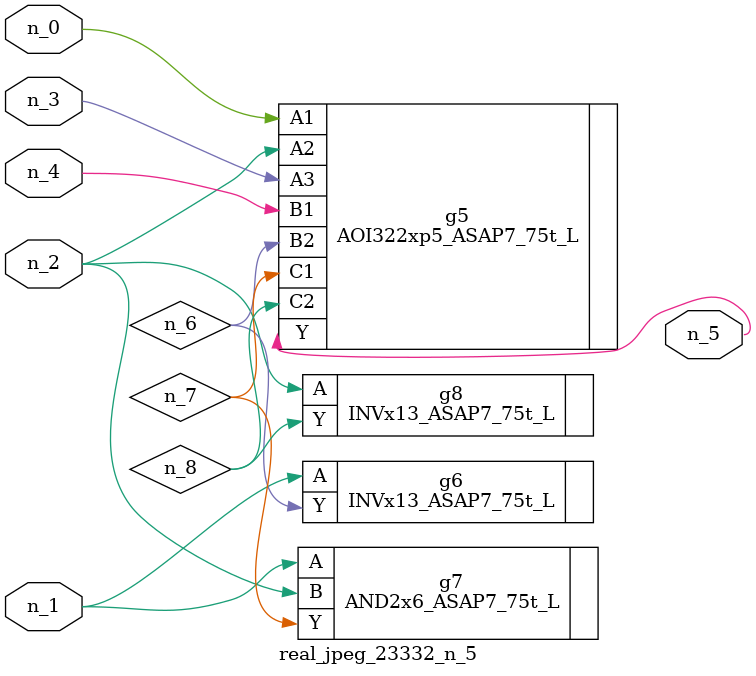
<source format=v>
module real_jpeg_23332_n_5 (n_4, n_0, n_1, n_2, n_3, n_5);

input n_4;
input n_0;
input n_1;
input n_2;
input n_3;

output n_5;

wire n_8;
wire n_6;
wire n_7;

AOI322xp5_ASAP7_75t_L g5 ( 
.A1(n_0),
.A2(n_2),
.A3(n_3),
.B1(n_4),
.B2(n_6),
.C1(n_7),
.C2(n_8),
.Y(n_5)
);

INVx13_ASAP7_75t_L g6 ( 
.A(n_1),
.Y(n_6)
);

AND2x6_ASAP7_75t_L g7 ( 
.A(n_1),
.B(n_2),
.Y(n_7)
);

INVx13_ASAP7_75t_L g8 ( 
.A(n_2),
.Y(n_8)
);


endmodule
</source>
